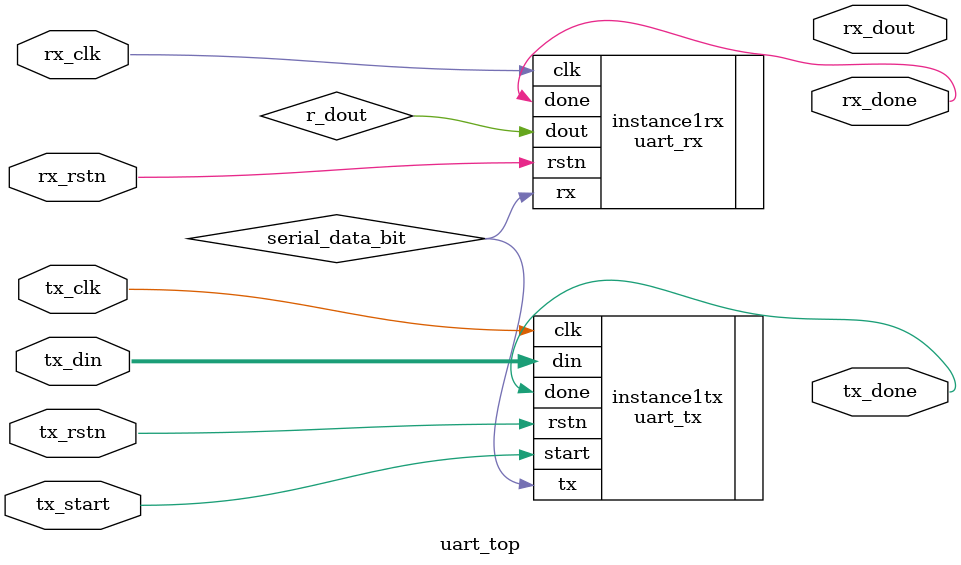
<source format=sv>
module uart_top #(parameter NUM_CLKS_PER_BIT=16)
(input logic tx_clk, tx_rstn, rx_clk, rx_rstn,  
 input logic[7:0] tx_din,
 input logic tx_start,
 output logic tx_done, rx_done,
 output logic[7:0] rx_dout);


// wire to connect output of uart_tx "tx" signal to
// uart_rx "rx" signal
logic serial_data_bit;

// Instantiate uart transmitter module
uart_tx #(.NUM_CLKS_PER_BIT(NUM_CLKS_PER_BIT)) instance1tx (.clk(tx_clk), 
.rstn(tx_rstn),.din(tx_din),.start(tx_start),.done(tx_done),.tx(serial_data_bit));

// Instantiate uart receiver module
uart_rx #(.NUM_CLKS_PER_BIT(NUM_CLKS_PER_BIT)) instance1rx(.clk(rx_clk), 
.rstn(rx_rstn),.rx(serial_data_bit),.done(rx_done),.dout(r_dout));


endmodule: uart_top



</source>
